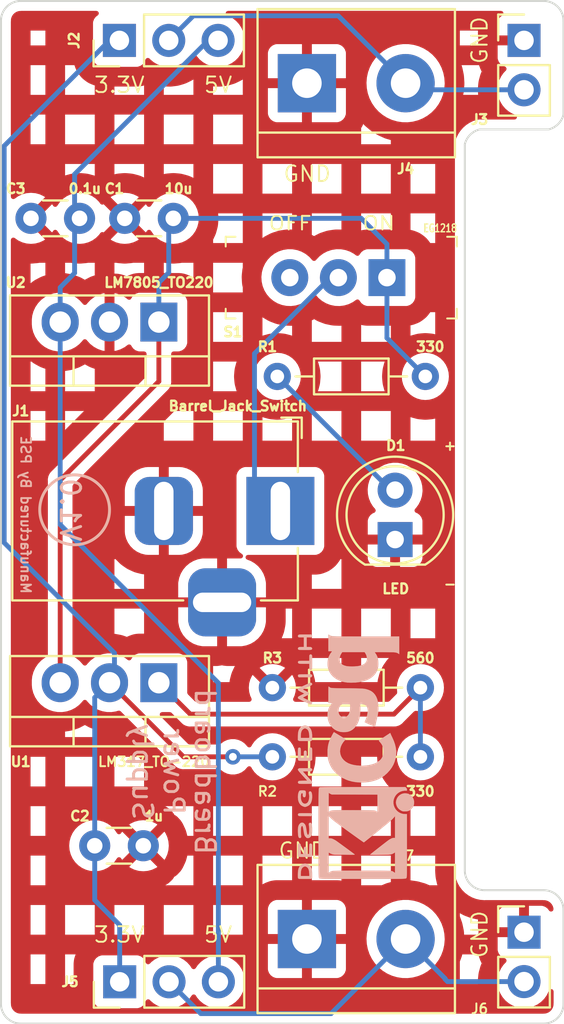
<source format=kicad_pcb>
(kicad_pcb (version 20211014) (generator pcbnew)
  (layers (0 "F.Cu" signal) (31 "B.Cu" signal) (34 "B.Paste" user) (35 "F.Paste" user) (36 "B.SilkS" user "B.Silkscreen") (37 "F.SilkS" user "F.Silkscreen") (38 "B.Mask" user) (39 "F.Mask" user) (44 "Edge.Cuts" user))
  (net 0 "")
  (net 1 "/12v")
  (net 2 "GND")
  (net 3 "/3.3v")
  (net 4 "/5v")
  (net 5 "Net-(D1-Pad2)")
  (net 6 "/PWR_Input")
  (net 7 "/Upper_Power Output")
  (net 8 "Net-(R2-Pad1)")
  (net 10 "/Lower_Power Output")
  (footprint "Connector_PinHeader_2.54mm:PinHeader_1x03_P2.54mm_Vertical" (layer "F.Cu") (at 113.553 135.265 90)
    (fp_text reference "J5" (at 0 -2.555 180) (layer "F.SilkS") (effects (font (size 0.5 0.5))))
    (fp_text value "Conn_01x03_Male" hide)
    (pad "1" thru_hole rect (at 0 0 90) (size 1.7 1.7) (drill 1) (layers *.Cu *.Mask) (net 3 "/3.3v"))
    (pad "2" thru_hole oval (at 0 2.54 90) (size 1.7 1.7) (drill 1) (layers *.Cu *.Mask) (net 10 "/Lower_Power Output"))
    (pad "3" thru_hole oval (at 0 5.08 90) (size 1.7 1.7) (drill 1) (layers *.Cu *.Mask) (net 4 "/5v"))
  )
  (footprint "Connector_PinHeader_2.54mm:PinHeader_1x02_P2.54mm_Vertical" (layer "F.Cu") (at 134.366 132.715)
    (fp_text reference "J6" (at -2.286 3.937) (layer "F.SilkS") (effects (font (size 0.5 0.5) (thickness 0.1))))
    (fp_text value "Conn_01x02_Male" hide)
    (pad "1" thru_hole rect locked (at 0 0) (size 1.7 1.7) (drill 1) (layers *.Cu *.Mask) (net 2 "GND"))
    (pad "2" thru_hole oval locked (at 0 2.54) (size 1.7 1.7) (drill 1) (layers *.Cu *.Mask) (net 10 "/Lower_Power Output"))
  )
  (footprint "Resistor_THT:R_Axial_DIN0204_L3.6mm_D1.6mm_P7.62mm_Horizontal" (layer "F.Cu") (at 129.032 123.698 180)
    (fp_text reference "R2" (at 7.874 -1.778) (layer "F.SilkS") (effects (font (size 0.5 0.5) (thickness 0.1))))
    (fp_text value "330" (at 0 -1.778) (layer "F.SilkS") (effects (font (size 0.5 0.5))))
    (pad "1" thru_hole circle (at 0 0 180) (size 1.4 1.4) (drill 0.7) (layers *.Cu *.Mask) (net 8 "Net-(R2-Pad1)"))
    (pad "2" thru_hole oval (at 7.62 0 180) (size 1.4 1.4) (drill 0.7) (layers *.Cu *.Mask) (net 3 "/3.3v"))
  )
  (footprint "Resistor_THT:R_Axial_DIN0204_L3.6mm_D1.6mm_P7.62mm_Horizontal" (layer "F.Cu") (at 121.666 104.14)
    (fp_text reference "R1" (at -0.508 -1.524) (layer "F.SilkS") (effects (font (size 0.5 0.5))))
    (fp_text value "330" (at 7.874 -1.524) (layer "F.SilkS") (effects (font (size 0.5 0.5))))
    (pad "1" thru_hole circle (at 0 0) (size 1.4 1.4) (drill 0.7) (layers *.Cu *.Mask) (net 5 "Net-(D1-Pad2)"))
    (pad "2" thru_hole oval (at 7.62 0) (size 1.4 1.4) (drill 0.7) (layers *.Cu *.Mask) (net 1 "/12v"))
  )
  (footprint "Resistor_THT:R_Axial_DIN0204_L3.6mm_D1.6mm_P7.62mm_Horizontal" (layer "F.Cu") (at 121.412 120.142)
    (fp_text reference "R3" (at 0 -1.524) (layer "F.SilkS") (effects (font (size 0.5 0.5))))
    (fp_text value "560" (at 7.62 -1.524) (layer "F.SilkS") (effects (font (size 0.5 0.5))))
    (pad "1" thru_hole circle (at 0 0) (size 1.4 1.4) (drill 0.7) (layers *.Cu *.Mask) (net 2 "GND"))
    (pad "2" thru_hole oval (at 7.62 0) (size 1.4 1.4) (drill 0.7) (layers *.Cu *.Mask) (net 8 "Net-(R2-Pad1)"))
  )
  (footprint "TerminalBlock:TerminalBlock_bornier-2_P5.08mm" (layer "F.Cu") (at 123.19 133.065)
    (fp_text reference "J7" (at 5.08 -4.287) (layer "F.SilkS") (effects (font (size 0.5 0.5) (thickness 0.1))))
    (fp_text value "Screw_Terminal_01x02" hide)
    (pad "1" thru_hole rect locked (at 0 0) (size 3 3) (drill 1.52) (layers *.Cu *.Mask) (net 2 "GND"))
    (pad "2" thru_hole circle locked (at 5.08 0) (size 3 3) (drill 1.52) (layers *.Cu *.Mask) (net 10 "/Lower_Power Output"))
  )
  (footprint "digikey-footprints:Switch_Slide_11.6x4mm_EG1218" (layer "F.Cu") (at 127.31 99.06 180)
    (fp_text reference "S1" (at 7.93 -2.794) (layer "F.SilkS") (effects (font (size 0.5 0.5))))
    (fp_text value "EG1218" (at -2.738 2.54) (layer "F.SilkS") (effects (font (size 0.4 0.3) (thickness 0.075))))
    (pad "1" thru_hole rect locked (at 0 0 180) (size 1.9 1.9) (drill 0.9) (layers *.Cu *.Mask) (net 1 "/12v"))
    (pad "2" thru_hole circle locked (at 2.5 0 180) (size 1.9 1.9) (drill 0.9) (layers *.Cu *.Mask) (net 6 "/PWR_Input"))
    (pad "3" thru_hole circle locked (at 5 0 180) (size 1.9 1.9) (drill 0.9) (layers *.Cu *.Mask))
  )
  (footprint "TerminalBlock:TerminalBlock_bornier-2_P5.08mm" (layer "F.Cu") (at 123.19 89.063)
    (fp_text reference "J4" (at 5.08 4.409) (layer "F.SilkS") (effects (font (size 0.5 0.5))))
    (fp_text value "Screw_Terminal_01x02" hide)
    (pad "1" thru_hole rect locked (at 0 0) (size 3 3) (drill 1.52) (layers *.Cu *.Mask) (net 2 "GND"))
    (pad "2" thru_hole circle locked (at 5.08 0) (size 3 3) (drill 1.52) (layers *.Cu *.Mask) (net 7 "/Upper_Power Output"))
  )
  (footprint "Capacitor_THT:C_Disc_D3.0mm_W1.6mm_P2.50mm" (layer "F.Cu") (at 116.312 96.012 180)
    (fp_text reference "C1" (at 3.028 1.524) (layer "F.SilkS") (effects (font (size 0.5 0.5))))
    (fp_text value "10u" (at -0.274 1.524) (layer "F.SilkS") (effects (font (size 0.5 0.5))))
    (pad "1" thru_hole circle (at 0 0 180) (size 1.6 1.6) (drill 0.8) (layers *.Cu *.Mask) (net 1 "/12v"))
    (pad "2" thru_hole circle (at 2.5 0 180) (size 1.6 1.6) (drill 0.8) (layers *.Cu *.Mask) (net 2 "GND"))
  )
  (footprint "LED_THT:LED_D5.0mm" (layer "F.Cu") (at 127.73 112.527 90)
    (fp_text reference "D1" (at 4.831 0.032 180) (layer "F.SilkS") (effects (font (size 0.5 0.5))))
    (fp_text value "LED" (at -2.535 0.032 180) (layer "F.SilkS") (effects (font (size 0.5 0.5))))
    (pad "1" thru_hole rect locked (at 0 0 90) (size 1.8 1.8) (drill 0.9) (layers *.Cu *.Mask) (net 2 "GND"))
    (pad "2" thru_hole circle locked (at 2.54 0 90) (size 1.8 1.8) (drill 0.9) (layers *.Cu *.Mask) (net 5 "Net-(D1-Pad2)"))
  )
  (footprint "Connector_PinHeader_2.54mm:PinHeader_1x02_P2.54mm_Vertical" (layer "F.Cu") (at 134.366 86.863)
    (fp_text reference "J3" (at -2.286 4.069) (layer "F.SilkS") (effects (font (size 0.5 0.5))))
    (fp_text value "Conn_01x02_Male" hide)
    (pad "1" thru_hole rect locked (at 0 0) (size 1.7 1.7) (drill 1) (layers *.Cu *.Mask) (net 2 "GND"))
    (pad "2" thru_hole oval locked (at 0 2.54) (size 1.7 1.7) (drill 1) (layers *.Cu *.Mask) (net 7 "/Upper_Power Output"))
  )
  (footprint "Connector_PinHeader_2.54mm:PinHeader_1x03_P2.54mm_Vertical" (layer "F.Cu") (at 113.538 86.863 90)
    (fp_text reference "J2" (at 0 -2.33 90) (layer "F.SilkS") (effects (font (size 0.5 0.5))))
    (fp_text value "Conn_01x03_Male" hide)
    (pad "1" thru_hole rect (at 0 0 90) (size 1.7 1.7) (drill 1) (layers *.Cu *.Mask) (net 3 "/3.3v"))
    (pad "2" thru_hole oval (at 0 2.54 90) (size 1.7 1.7) (drill 1) (layers *.Cu *.Mask) (net 7 "/Upper_Power Output"))
    (pad "3" thru_hole oval (at 0 5.08 90) (size 1.7 1.7) (drill 1) (layers *.Cu *.Mask) (net 4 "/5v"))
  )
  (footprint "Capacitor_THT:C_Disc_D3.0mm_W1.6mm_P2.50mm" (layer "F.Cu") (at 112.268 128.27)
    (fp_text reference "C2" (at -0.762 -1.524) (layer "F.SilkS") (effects (font (size 0.5 0.5))))
    (fp_text value "1u" (at 3.048 -1.524) (layer "F.SilkS") (effects (font (size 0.5 0.5))))
    (pad "1" thru_hole circle (at 0 0) (size 1.6 1.6) (drill 0.8) (layers *.Cu *.Mask) (net 3 "/3.3v"))
    (pad "2" thru_hole circle (at 2.5 0) (size 1.6 1.6) (drill 0.8) (layers *.Cu *.Mask) (net 2 "GND"))
  )
  (footprint "Capacitor_THT:C_Disc_D3.0mm_W1.6mm_P2.50mm" (layer "F.Cu") (at 111.486 96.012 180)
    (fp_text reference "C3" (at 3.282 1.524) (layer "F.SilkS") (effects (font (size 0.5 0.5))))
    (fp_text value "0.1u" (at -0.274 1.524) (layer "F.SilkS") (effects (font (size 0.5 0.5))))
    (pad "1" thru_hole circle (at 0 0 180) (size 1.6 1.6) (drill 0.8) (layers *.Cu *.Mask) (net 4 "/5v"))
    (pad "2" thru_hole circle (at 2.5 0 180) (size 1.6 1.6) (drill 0.8) (layers *.Cu *.Mask) (net 2 "GND"))
  )
  (footprint "Package_TO_SOT_THT:TO-220-3_Vertical" (layer "F.Cu") (at 115.57 101.346 180)
    (fp_text reference "U2" (at 7.366 2.032) (layer "F.SilkS") (effects (font (size 0.5 0.5))))
    (fp_text value "LM7805_TO220" (at 0 2.032) (layer "F.SilkS") (effects (font (size 0.5 0.5))))
    (pad "1" thru_hole rect (at 0 0 180) (size 1.905 2) (drill 1.1) (layers *.Cu *.Mask) (net 1 "/12v"))
    (pad "2" thru_hole oval (at 2.54 0 180) (size 1.905 2) (drill 1.1) (layers *.Cu *.Mask) (net 2 "GND"))
    (pad "3" thru_hole oval (at 5.08 0 180) (size 1.905 2) (drill 1.1) (layers *.Cu *.Mask) (net 4 "/5v"))
  )
  (footprint "Connector_BarrelJack:BarrelJack_Horizontal" (layer "F.Cu") (at 121.824 111.0565)
    (fp_text reference "J1" (at -13.366 -5.1385) (layer "F.SilkS") (effects (font (size 0.5 0.5))))
    (fp_text value "Barrel_Jack_Switch" (at -2.19 -5.3925) (layer "F.SilkS") (effects (font (size 0.5 0.5))))
    (pad "1" thru_hole rect (at 0 0) (size 3.5 3.5) (drill oval 1 3) (layers *.Cu *.Mask) (net 6 "/PWR_Input"))
    (pad "2" thru_hole roundrect (at -6 0) (size 3 3.5) (drill oval 1 3) (layers *.Cu *.Mask) (net 2 "GND"))
    (pad "3" thru_hole roundrect (at -3 4.7) (size 3.5 3.5) (drill oval 3 1) (layers *.Cu *.Mask) (net 2 "GND"))
  )
  (footprint "Package_TO_SOT_THT:TO-220-3_Vertical" (layer "F.Cu") (at 115.57 119.888 180)
    (fp_text reference "U1" (at 7.112 -4.064) (layer "F.SilkS") (effects (font (size 0.5 0.5))))
    (fp_text value "LM317_TO-220" (at 0.254 -4.064) (layer "F.SilkS") (effects (font (size 0.5 0.5) (thickness 0.1))))
    (pad "1" thru_hole rect (at 0 0 180) (size 1.905 2) (drill 1.1) (layers *.Cu *.Mask) (net 8 "Net-(R2-Pad1)"))
    (pad "2" thru_hole oval (at 2.54 0 180) (size 1.905 2) (drill 1.1) (layers *.Cu *.Mask) (net 3 "/3.3v"))
    (pad "3" thru_hole oval (at 5.08 0 180) (size 1.905 2) (drill 1.1) (layers *.Cu *.Mask) (net 1 "/12v"))
  )
  (footprint "Symbol:KiCad-Logo2_5mm_SilkScreen" (layer "B.Cu") (at 125.73 123.698 90)
    (fp_text reference "REF**" hide)
    (fp_text value "KiCad-Logo2_5mm_SilkScreen" hide)
  )
  (gr_circle (center 111.233949 110.998) (end 113.011949 111.252) (layer "B.SilkS") (width 0.15) (fill none))
  (gr_line (start 136.397999 90.678) (end 136.398 85.852) (layer "Edge.Cuts") (width 0.1))
  (gr_arc (start 131.318001 92.202) (mid 131.59347 91.71547) (end 132.08 91.440001) (layer "Edge.Cuts") (width 0.1))
  (gr_arc (start 132.334 130.556) (mid 131.61558 130.25842) (end 131.318 129.54) (layer "Edge.Cuts") (width 0.1))
  (gr_line (start 107.442 85.852) (end 107.442 136.398) (layer "Edge.Cuts") (width 0.1))
  (gr_arc (start 135.382 84.836) (mid 136.10042 85.13358) (end 136.398 85.852) (layer "Edge.Cuts") (width 0.1))
  (gr_arc (start 107.442 85.852) (mid 107.73958 85.13358) (end 108.458 84.836) (layer "Edge.Cuts") (width 0.1))
  (gr_arc (start 108.458 137.414) (mid 107.73958 137.11642) (end 107.442 136.398) (layer "Edge.Cuts") (width 0.1))
  (gr_arc (start 136.398 136.398) (mid 136.10042 137.11642) (end 135.382 137.414) (layer "Edge.Cuts") (width 0.1))
  (gr_line (start 136.398 136.398) (end 136.398 131.572) (layer "Edge.Cuts") (width 0.1))
  (gr_arc (start 136.397999 90.678) (mid 136.12253 91.16453) (end 135.636 91.439999) (layer "Edge.Cuts") (width 0.1))
  (gr_line (start 131.318 129.54) (end 131.318001 92.202) (layer "Edge.Cuts") (width 0.1))
  (gr_arc (start 135.382 130.556) (mid 136.10042 130.85358) (end 136.398 131.572) (layer "Edge.Cuts") (width 0.1))
  (gr_line (start 135.382 84.836) (end 108.458 84.836) (layer "Edge.Cuts") (width 0.1))
  (gr_line (start 135.382 130.556) (end 132.334 130.556) (layer "Edge.Cuts") (width 0.1))
  (gr_line (start 132.08 91.440001) (end 135.636 91.439999) (layer "Edge.Cuts") (width 0.1))
  (gr_line (start 108.458 137.414) (end 135.382 137.414) (layer "Edge.Cuts") (width 0.1))
  (gr_text "Breadboard\nPower\nSupply" (at 116.332 124.46 270) (layer "B.SilkS") (effects (font (size 1 1)) (justify mirror)))
  (gr_text "Manufactured By PSE" (at 108.712 111.252 270) (layer "B.SilkS") (effects (font (size 0.5 0.5) (thickness 0.1)) (justify mirror)))
  (gr_text "V1.0" (at 110.998 110.998 270) (layer "B.SilkS") (effects (font (size 1 1)) (justify mirror)))
  (gr_text "GND" (at 121.666 128.524) (layer "F.SilkS") (effects (font (size 0.8 0.8) (thickness 0.1)) (justify left)))
  (gr_text "-" (at 130.556 114.808) (layer "F.SilkS") (effects (font (size 0.5 0.5) (thickness 0.1))))
  (gr_text "3.3V" (at 113.538 89.154) (layer "F.SilkS") (effects (font (size 0.8 0.8) (thickness 0.1))))
  (gr_text "5V" (at 118.618 89.154) (layer "F.SilkS") (effects (font (size 0.8 0.8) (thickness 0.1))))
  (gr_text "5V" (at 118.618 132.842) (layer "F.SilkS") (effects (font (size 0.8 0.8) (thickness 0.1))))
  (gr_text "GND" (at 132.08 88.138 90) (layer "F.SilkS") (effects (font (size 0.8 0.8) (thickness 0.1)) (justify left)))
  (gr_text "GND" (at 121.92 93.726) (layer "F.SilkS") (effects (font (size 0.8 0.8) (thickness 0.1)) (justify left)))
  (gr_text "ON" (at 125.984 96.266) (layer "F.SilkS") (effects (font (size 0.7 0.8) (thickness 0.1)) (justify left)))
  (gr_text "+" (at 130.556 107.696) (layer "F.SilkS") (effects (font (size 0.5 0.5) (thickness 0.1))))
  (gr_text "3.3V" (at 113.538 132.842) (layer "F.SilkS") (effects (font (size 0.8 0.8) (thickness 0.1))))
  (gr_text "OFF" (at 121.158 96.266) (layer "F.SilkS") (effects (font (size 0.7 0.8) (thickness 0.1)) (justify left)))
  (gr_text "GND" (at 132.08 134.112 90) (layer "F.SilkS") (effects (font (size 0.8 0.8) (thickness 0.1)) (justify left)))
  (segment (start 110.49 109.474) (end 115.57 104.394) (width 0.25) (layer "F.Cu") (net 1))
  (segment (start 110.49 119.888) (end 110.49 109.474) (width 0.25) (layer "F.Cu") (net 1))
  (segment (start 115.57 104.394) (end 115.57 101.346) (width 0.25) (layer "F.Cu") (net 1))
  (segment (start 127.31 99.06) (end 127.31 102.164) (width 0.25) (layer "B.Cu") (net 1))
  (segment (start 115.57 99.314) (end 115.57 101.346) (width 0.25) (layer "B.Cu") (net 1))
  (segment (start 116.078 96.012) (end 116.078 98.806) (width 0.25) (layer "B.Cu") (net 1))
  (segment (start 127.31 97.338) (end 127.31 99.06) (width 0.25) (layer "B.Cu") (net 1))
  (segment (start 125.984 96.012) (end 127.31 97.338) (width 0.25) (layer "B.Cu") (net 1))
  (segment (start 127.31 102.164) (end 129.286 104.14) (width 0.25) (layer "B.Cu") (net 1))
  (segment (start 116.078 96.012) (end 125.984 96.012) (width 0.25) (layer "B.Cu") (net 1))
  (segment (start 116.078 98.806) (end 115.57 99.314) (width 0.25) (layer "B.Cu") (net 1))
  (segment (start 119.38 123.698) (end 116.84 123.698) (width 0.25) (layer "F.Cu") (net 3))
  (segment (start 116.84 123.698) (end 113.03 119.888) (width 0.25) (layer "F.Cu") (net 3))
  (via (at 119.38 123.698) (size 0.8) (drill 0.4) (layers "F.Cu" "B.Cu") (net 3))
  (segment (start 113.284 118.364) (end 113.284 119.959) (width 0.25) (layer "B.Cu") (net 3))
  (segment (start 121.412 123.698) (end 119.38 123.698) (width 0.25) (layer "B.Cu") (net 3))
  (segment (start 112.776 87.122) (end 107.607 92.291) (width 0.25) (layer "B.Cu") (net 3))
  (segment (start 107.607 92.291) (end 107.607 112.687) (width 0.25) (layer "B.Cu") (net 3))
  (segment (start 112.268 120.65) (end 113.03 119.888) (width 0.25) (layer "B.Cu") (net 3))
  (segment (start 112.268 131.064) (end 113.553 132.349) (width 0.25) (layer "B.Cu") (net 3))
  (segment (start 112.268 128.27) (end 112.268 120.65) (width 0.25) (layer "B.Cu") (net 3))
  (segment (start 107.607 112.687) (end 113.284 118.364) (width 0.25) (layer "B.Cu") (net 3))
  (segment (start 113.553 132.349) (end 113.553 135.265) (width 0.25) (layer "B.Cu") (net 3))
  (segment (start 112.268 128.27) (end 112.268 131.064) (width 0.25) (layer "B.Cu") (net 3))
  (segment (start 110.49 99.568) (end 110.49 101.346) (width 0.25) (layer "B.Cu") (net 4))
  (segment (start 111.232 98.826) (end 110.49 99.568) (width 0.25) (layer "B.Cu") (net 4))
  (segment (start 110.49 111.76) (end 118.633 119.903) (width 0.25) (layer "B.Cu") (net 4))
  (segment (start 117.856 87.122) (end 111.232 93.746) (width 0.25) (layer "B.Cu") (net 4))
  (segment (start 111.232 96.012) (end 111.232 98.826) (width 0.25) (layer "B.Cu") (net 4))
  (segment (start 111.232 93.746) (end 111.232 96.012) (width 0.25) (layer "B.Cu") (net 4))
  (segment (start 110.49 101.346) (end 110.49 111.76) (width 0.25) (layer "B.Cu") (net 4))
  (segment (start 118.633 119.903) (end 118.633 135.265) (width 0.25) (layer "B.Cu") (net 4))
  (segment (start 127.513 109.987) (end 127.73 109.987) (width 0.25) (layer "B.Cu") (net 5))
  (segment (start 121.666 104.14) (end 127.513 109.987) (width 0.25) (layer "B.Cu") (net 5))
  (segment (start 120.492 102.966) (end 120.492 109.7245) (width 0.25) (layer "B.Cu") (net 6))
  (segment (start 124.398 99.06) (end 120.492 102.966) (width 0.25) (layer "B.Cu") (net 6))
  (segment (start 124.81 99.06) (end 124.398 99.06) (width 0.25) (layer "B.Cu") (net 6))
  (segment (start 117.343 85.598) (end 124.805 85.598) (width 0.25) (layer "B.Cu") (net 7))
  (segment (start 124.805 85.598) (end 127.951802 88.744802) (width 0.25) (layer "B.Cu") (net 7))
  (segment (start 129.246396 89.403) (end 128.588198 88.744802) (width 0.25) (layer "B.Cu") (net 7))
  (segment (start 134.366 89.403) (end 129.246396 89.403) (width 0.25) (layer "B.Cu") (net 7))
  (segment (start 116.078 86.863) (end 117.343 85.598) (width 0.25) (layer "B.Cu") (net 7))
  (segment (start 127.669821 121.504179) (end 117.186179 121.504179) (width 0.25) (layer "F.Cu") (net 8))
  (segment (start 117.186179 121.504179) (end 115.57 119.888) (width 0.25) (layer "F.Cu") (net 8))
  (segment (start 129.032 120.142) (end 127.669821 121.504179) (width 0.25) (layer "F.Cu") (net 8))
  (segment (start 129.032 120.142) (end 129.032 123.698) (width 0.25) (layer "B.Cu") (net 8))
  (segment (start 117.729443 136.901443) (end 124.433557 136.901443) (width 0.25) (layer "B.Cu") (net 10))
  (segment (start 116.093 135.265) (end 117.729443 136.901443) (width 0.25) (layer "B.Cu") (net 10))
  (segment (start 130.429 135.255) (end 134.366 135.255) (width 0.25) (layer "B.Cu") (net 10))
  (segment (start 124.433557 136.901443) (end 128.27 133.065) (width 0.25) (layer "B.Cu") (net 10))
  (segment (start 128.27 133.065) (end 130.302 135.097) (width 0.25) (layer "B.Cu") (net 10))
  (segment (start 130.302 135.097) (end 130.302 135.128) (width 0.25) (layer "B.Cu") (net 10))
  (segment (start 130.302 135.128) (end 130.429 135.255) (width 0.25) (layer "B.Cu") (net 10))
  (zone (net 2) (net_name "GND") (layer "F.Cu") (connect_pads (clearance 0.508)) (min_thickness 0.254) (fill yes (mode hatch) (thermal_gap 0.508) (thermal_bridge_width 0.508) (hatch_thickness 1.016) (hatch_gap 1.524) (hatch_orientation 0) (hatch_border_algorithm hatch_thickness) (hatch_min_hole_area 0.3))
    (polygon (pts (xy 136.398 85.852) (xy 136.398 90.678) (xy 135.89 91.186) (xy 132.08 91.186) (xy 131.318 91.948) (xy 131.318 129.794) (xy 132.08 130.556) (xy 135.636 130.556) (xy 136.398 131.318) (xy 136.398 136.906) (xy 135.636 137.414) (xy 108.204 137.414) (xy 107.442 136.398) (xy 107.442 85.852) (xy 108.458 84.836) (xy 135.636 84.836)))
  )
)
</source>
